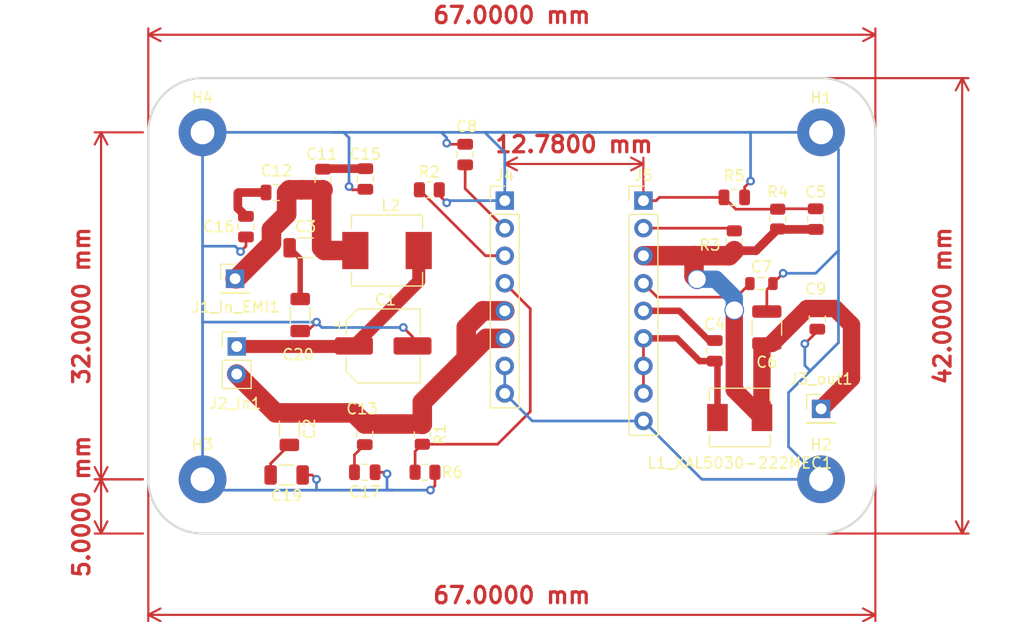
<source format=kicad_pcb>
(kicad_pcb (version 20211014) (generator pcbnew)
  (layers (0 "F.Cu" power) (31 "B.Cu" power) (34 "B.Paste" user) (35 "F.Paste" user) (36 "B.SilkS" user "B.Silkscreen") (37 "F.SilkS" user "F.Silkscreen") (38 "B.Mask" user) (39 "F.Mask" user) (44 "Edge.Cuts" user))
  (net 0 "")
  (net 1 "Net-(C1-Pad1)")
  (net 2 "GND")
  (net 3 "VIN")
  (net 4 "Net-(C19-Pad1)")
  (net 5 "Net-(C20-Pad1)")
  (net 6 "BST")
  (net 7 "SW_1")
  (net 8 "FB")
  (net 9 "BIAS")
  (net 10 "Net-(C7-Pad1)")
  (net 11 "Net-(C8-Pad2)")
  (net 12 "Net-(C11-Pad2)")
  (net 13 "Net-(C12-Pad2)")
  (net 14 "Net-(C13-Pad2)")
  (net 15 "Net-(J4-Pad3)")
  (net 16 "EN{slash}UV")
  (net 17 "PG")
  (footprint "Capacitor_SMD:C_0805_2012Metric" (layer "F.Cu") (at 132.8 73.55 180)
    (fp_text reference "C12" (at 0 2) (layer "F.SilkS"))
    (fp_text value "0.1uF")
    (fp_line (start -0.261252 0.735) (end 0.261252 0.735) (layer "F.SilkS") (width 0.12))
    (fp_line (start -0.261252 -0.735) (end 0.261252 -0.735) (layer "F.SilkS") (width 0.12))
    (pad "1" smd roundrect (at -0.95 0 180) (size 1 1.45) (layers "F.Cu" "F.Paste" "F.Mask") (net 3 "VIN"))
    (pad "2" smd roundrect (at 0.95 0 180) (size 1 1.45) (layers "F.Cu" "F.Paste" "F.Mask") (net 13 "Net-(C12-Pad2)"))
  )
  (footprint "Connector_PinHeader_2.54mm:PinHeader_1x08_P2.54mm_Vertical" (layer "F.Cu") (at 153.85 74.3)
    (fp_text reference "J4" (at 0 -2.33) (layer "F.SilkS"))
    (fp_text value "Conn_01x08")
    (fp_line (start -1.33 19.11) (end 1.33 19.11) (layer "F.SilkS") (width 0.12))
    (fp_line (start -1.33 0) (end -1.33 -1.33) (layer "F.SilkS") (width 0.12))
    (fp_line (start 1.33 1.27) (end 1.33 19.11) (layer "F.SilkS") (width 0.12))
    (fp_line (start -1.33 -1.33) (end 0 -1.33) (layer "F.SilkS") (width 0.12))
    (fp_line (start -1.33 1.27) (end 1.33 1.27) (layer "F.SilkS") (width 0.12))
    (fp_line (start -1.33 1.27) (end -1.33 19.11) (layer "F.SilkS") (width 0.12))
    (pad "1" thru_hole rect (at 0 0) (size 1.7 1.7) (drill 1) (layers *.Cu *.Mask) (net 2 "GND"))
    (pad "2" thru_hole oval (at 0 2.54) (size 1.7 1.7) (drill 1) (layers *.Cu *.Mask) (net 11 "Net-(C8-Pad2)"))
    (pad "3" thru_hole oval (at 0 5.08) (size 1.7 1.7) (drill 1) (layers *.Cu *.Mask) (net 15 "Net-(J4-Pad3)"))
    (pad "4" thru_hole oval (at 0 7.62) (size 1.7 1.7) (drill 1) (layers *.Cu *.Mask) (net 16 "EN{slash}UV"))
    (pad "5" thru_hole oval (at 0 10.16) (size 1.7 1.7) (drill 1) (layers *.Cu *.Mask) (net 3 "VIN"))
    (pad "6" thru_hole oval (at 0 12.7) (size 1.7 1.7) (drill 1) (layers *.Cu *.Mask) (net 3 "VIN"))
    (pad "7" thru_hole oval (at 0 15.24) (size 1.7 1.7) (drill 1) (layers *.Cu *.Mask) (net 2 "GND"))
    (pad "8" thru_hole oval (at 0 17.78) (size 1.7 1.7) (drill 1) (layers *.Cu *.Mask) (net 2 "GND"))
  )
  (footprint "Resistor_SMD:R_0805_2012Metric" (layer "F.Cu") (at 146.9 73.3)
    (fp_text reference "R2" (at 0 -1.65) (layer "F.SilkS"))
    (fp_text value "18.2k")
    (fp_line (start -0.227064 -0.735) (end 0.227064 -0.735) (layer "F.SilkS") (width 0.12))
    (fp_line (start -0.227064 0.735) (end 0.227064 0.735) (layer "F.SilkS") (width 0.12))
    (pad "1" smd roundrect (at -0.9125 0) (size 1.025 1.4) (layers "F.Cu" "F.Paste" "F.Mask") (roundrect_rratio 0.243902) (net 15 "Net-(J4-Pad3)"))
    (pad "2" smd roundrect (at 0.9125 0) (size 1.025 1.4) (layers "F.Cu" "F.Paste" "F.Mask") (roundrect_rratio 0.243902) (net 2 "GND"))
  )
  (footprint "Resistor_SMD:R_0805_2012Metric" (layer "F.Cu") (at 175 78 -90)
    (fp_text reference "R3" (at 0.4 2.25 180) (layer "F.SilkS"))
    (fp_text value "49.9k")
    (fp_line (start -0.227064 0.735) (end 0.227064 0.735) (layer "F.SilkS") (width 0.12))
    (fp_line (start -0.227064 -0.735) (end 0.227064 -0.735) (layer "F.SilkS") (width 0.12))
    (pad "1" smd roundrect (at -0.9125 0 270) (size 1.025 1.4) (layers "F.Cu" "F.Paste" "F.Mask") (roundrect_rratio 0.243902) (net 17 "PG"))
    (pad "2" smd roundrect (at 0.9125 0 270) (size 1.025 1.4) (layers "F.Cu" "F.Paste" "F.Mask") (roundrect_rratio 0.243902) (net 9 "BIAS"))
  )
  (footprint "Resistor_SMD:R_0805_2012Metric" (layer "F.Cu") (at 146.25 95.85 -90)
    (fp_text reference "R1" (at 0 -1.65 90) (layer "F.SilkS"))
    (fp_text value "1M")
    (fp_line (start -0.227064 -0.735) (end 0.227064 -0.735) (layer "F.SilkS") (width 0.12))
    (fp_line (start -0.227064 0.735) (end 0.227064 0.735) (layer "F.SilkS") (width 0.12))
    (pad "1" smd roundrect (at -0.9125 0 270) (size 1.025 1.4) (layers "F.Cu" "F.Paste" "F.Mask") (roundrect_rratio 0.243902) (net 3 "VIN"))
    (pad "2" smd roundrect (at 0.9125 0 270) (size 1.025 1.4) (layers "F.Cu" "F.Paste" "F.Mask") (roundrect_rratio 0.243902) (net 16 "EN{slash}UV"))
  )
  (footprint "Capacitor_SMD:C_1206_3216Metric" (layer "F.Cu") (at 135 84.85 -90)
    (fp_text reference "C20" (at 3.65 0.2 180) (layer "F.SilkS"))
    (fp_text value "4.7uF")
    (fp_line (start -0.711252 -0.91) (end 0.711252 -0.91) (layer "F.SilkS") (width 0.12))
    (fp_line (start -0.711252 0.91) (end 0.711252 0.91) (layer "F.SilkS") (width 0.12))
    (pad "1" smd roundrect (at -1.475 0 270) (size 1.15 1.8) (layers "F.Cu" "F.Paste" "F.Mask") (roundrect_rratio 0.217391) (net 5 "Net-(C20-Pad1)"))
    (pad "2" smd roundrect (at 1.475 0 270) (size 1.15 1.8) (layers "F.Cu" "F.Paste" "F.Mask") (roundrect_rratio 0.217391) (net 2 "GND"))
  )
  (footprint "Capacitor_SMD:C_1206_3216Metric" (layer "F.Cu") (at 134 95.35 -90)
    (fp_text reference "C2" (at 0 -1.85 90) (layer "F.SilkS"))
    (fp_text value "4.7uF")
    (fp_line (start -0.711252 0.91) (end 0.711252 0.91) (layer "F.SilkS") (width 0.12))
    (fp_line (start -0.711252 -0.91) (end 0.711252 -0.91) (layer "F.SilkS") (width 0.12))
    (pad "1" smd roundrect (at -1.475 0 270) (size 1.15 1.8) (layers "F.Cu" "F.Paste" "F.Mask") (roundrect_rratio 0.217391) (net 3 "VIN"))
    (pad "2" smd roundrect (at 1.475 0 270) (size 1.15 1.8) (layers "F.Cu" "F.Paste" "F.Mask") (roundrect_rratio 0.217391) (net 4 "Net-(C19-Pad1)"))
  )
  (footprint "Capacitor_SMD:C_0805_2012Metric" (layer "F.Cu") (at 140.95 95.85 -90)
    (fp_text reference "C13" (at -2.35 0.25 180) (layer "F.SilkS"))
    (fp_text value "0.1uF")
    (fp_line (start -0.261252 0.735) (end 0.261252 0.735) (layer "F.SilkS") (width 0.12))
    (fp_line (start -0.261252 -0.735) (end 0.261252 -0.735) (layer "F.SilkS") (width 0.12))
    (pad "1" smd roundrect (at -0.95 0 270) (size 1 1.45) (layers "F.Cu" "F.Paste" "F.Mask") (net 3 "VIN"))
    (pad "2" smd roundrect (at 0.95 0 270) (size 1 1.45) (layers "F.Cu" "F.Paste" "F.Mask") (net 14 "Net-(C13-Pad2)"))
  )
  (footprint "Inductor_SMD:L_Vishay_IHLP-2525" (layer "F.Cu") (at 143 78.9)
    (fp_text reference "L2" (at 0.35 -4.15 180) (layer "F.SilkS"))
    (fp_text value "4.7uH")
    (fp_line (start -3.275 -2.0145) (end -3.275 -3.275) (layer "F.SilkS") (width 0.12))
    (fp_line (start 3.275 3.275) (end 3.275 2.0145) (layer "F.SilkS") (width 0.12))
    (fp_line (start -3.275 3.275) (end 3.275 3.275) (layer "F.SilkS") (width 0.12))
    (fp_line (start -3.275 2.0145) (end -3.275 3.275) (layer "F.SilkS") (width 0.12))
    (fp_line (start 3.275 -3.275) (end 3.275 -2.0145) (layer "F.SilkS") (width 0.12))
    (fp_line (start -3.275 -3.275) (end 3.275 -3.275) (layer "F.SilkS") (width 0.12))
    (pad "1" smd rect (at -2.921 0) (size 2.413 3.429) (layers "F.Cu" "F.Paste" "F.Mask") (net 3 "VIN"))
    (pad "2" smd rect (at 2.921 0) (size 2.413 3.429) (layers "F.Cu" "F.Paste" "F.Mask") (net 1 "Net-(C1-Pad1)"))
  )
  (footprint "Inductor_SMD:L_0805_2012Metric" (layer "F.Cu") (at 177.5 81.95)
    (fp_text reference "C7" (at 0 -1.55) (layer "F.SilkS"))
    (fp_text value "1uF")
    (fp_line (start -0.399622 0.56) (end 0.399622 0.56) (layer "F.SilkS") (width 0.12))
    (fp_line (start -0.399622 -0.56) (end 0.399622 -0.56) (layer "F.SilkS") (width 0.12))
    (pad "1" smd roundrect (at -1.0625 0) (size 0.875 1.2) (layers "F.Cu" "F.Paste" "F.Mask") (net 10 "Net-(C7-Pad1)"))
    (pad "2" smd roundrect (at 1.0625 0) (size 0.875 1.2) (layers "F.Cu" "F.Paste" "F.Mask") (net 2 "GND"))
  )
  (footprint "Capacitor_SMD:C_0805_2012Metric" (layer "F.Cu") (at 175 74)
    (fp_text reference "R5" (at 0 -2 180) (layer "F.SilkS"))
    (fp_text value "412k")
    (fp_line (start -0.261252 -0.735) (end 0.261252 -0.735) (layer "F.SilkS") (width 0.12))
    (fp_line (start -0.261252 0.735) (end 0.261252 0.735) (layer "F.SilkS") (width 0.12))
    (pad "1" smd roundrect (at -0.95 0) (size 1 1.45) (layers "F.Cu" "F.Paste" "F.Mask") (net 8 "FB"))
    (pad "2" smd roundrect (at 0.95 0) (size 1 1.45) (layers "F.Cu" "F.Paste" "F.Mask") (net 2 "GND"))
  )
  (footprint "Connector_PinHeader_2.54mm:PinHeader_1x02_P2.54mm_Vertical" (layer "F.Cu") (at 129.15 87.75)
    (fp_text reference "J2_In1" (at -0.15 5.25) (layer "F.SilkS"))
    (fp_text value "Conn_01x02")
    (fp_line (start -1.33 1.27) (end -1.33 3.87) (layer "F.SilkS") (width 0.12))
    (fp_line (start 1.33 1.27) (end 1.33 3.87) (layer "F.SilkS") (width 0.12))
    (fp_line (start -1.33 -1.33) (end 0 -1.33) (layer "F.SilkS") (width 0.12))
    (fp_line (start -1.33 3.87) (end 1.33 3.87) (layer "F.SilkS") (width 0.12))
    (fp_line (start -1.33 1.27) (end 1.33 1.27) (layer "F.SilkS") (width 0.12))
    (fp_line (start -1.33 0) (end -1.33 -1.33) (layer "F.SilkS") (width 0.12))
    (pad "1" thru_hole rect (at 0 0) (size 1.7 1.7) (drill 1) (layers *.Cu *.Mask) (net 1 "Net-(C1-Pad1)"))
    (pad "2" thru_hole oval (at 0 2.54) (size 1.7 1.7) (drill 1) (layers *.Cu *.Mask) (net 3 "VIN"))
  )
  (footprint "Capacitor_SMD:C_1206_3216Metric" (layer "F.Cu") (at 133.75 99.6)
    (fp_text reference "C19" (at 0 1.9) (layer "F.SilkS"))
    (fp_text value "4.7uF")
    (fp_line (start -0.711252 -0.91) (end 0.711252 -0.91) (layer "F.SilkS") (width 0.12))
    (fp_line (start -0.711252 0.91) (end 0.711252 0.91) (layer "F.SilkS") (width 0.12))
    (pad "1" smd roundrect (at -1.475 0) (size 1.15 1.8) (layers "F.Cu" "F.Paste" "F.Mask") (roundrect_rratio 0.217391) (net 4 "Net-(C19-Pad1)"))
    (pad "2" smd roundrect (at 1.475 0) (size 1.15 1.8) (layers "F.Cu" "F.Paste" "F.Mask") (roundrect_rratio 0.217391) (net 2 "GND"))
  )
  (footprint "Resistor_SMD:R_0805_2012Metric" (layer "F.Cu") (at 146.5 99.35)
    (fp_text reference "R6" (at 2.5 0) (layer "F.SilkS"))
    (fp_text value "150k")
    (fp_line (start -0.227064 -0.735) (end 0.227064 -0.735) (layer "F.SilkS") (width 0.12))
    (fp_line (start -0.227064 0.735) (end 0.227064 0.735) (layer "F.SilkS") (width 0.12))
    (pad "1" smd roundrect (at -0.9125 0) (size 1.025 1.4) (layers "F.Cu" "F.Paste" "F.Mask") (roundrect_rratio 0.243902) (net 16 "EN{slash}UV"))
    (pad "2" smd roundrect (at 0.9125 0) (size 1.025 1.4) (layers "F.Cu" "F.Paste" "F.Mask") (roundrect_rratio 0.243902) (net 2 "GND"))
  )
  (footprint "Connector_PinHeader_2.54mm:PinHeader_1x09_P2.54mm_Vertical" (layer "F.Cu") (at 166.63 74.3)
    (fp_text reference "J5" (at 0 -2.33) (layer "F.SilkS"))
    (fp_text value "Conn_01x09")
    (fp_line (start -1.33 21.65) (end 1.33 21.65) (layer "F.SilkS") (width 0.12))
    (fp_line (start -1.33 -1.33) (end 0 -1.33) (layer "F.SilkS") (width 0.12))
    (fp_line (start -1.33 0) (end -1.33 -1.33) (layer "F.SilkS") (width 0.12))
    (fp_line (start -1.33 1.27) (end -1.33 21.65) (layer "F.SilkS") (width 0.12))
    (fp_line (start -1.33 1.27) (end 1.33 1.27) (layer "F.SilkS") (width 0.12))
    (fp_line (start 1.33 1.27) (end 1.33 21.65) (layer "F.SilkS") (width 0.12))
    (pad "1" thru_hole rect (at 0 0) (size 1.7 1.7) (drill 1) (layers *.Cu *.Mask) (net 8 "FB"))
    (pad "2" thru_hole oval (at 0 2.54) (size 1.7 1.7) (drill 1) (layers *.Cu *.Mask) (net 17 "PG"))
    (pad "3" thru_hole oval (at 0 5.08) (size 1.7 1.7) (drill 1) (layers *.Cu *.Mask) (net 9 "BIAS"))
    (pad "4" thru_hole oval (at 0 7.62) (size 1.7 1.7) (drill 1) (layers *.Cu *.Mask) (net 10 "Net-(C7-Pad1)"))
    (pad "5" thru_hole oval (at 0 10.16) (size 1.7 1.7) (drill 1) (layers *.Cu *.Mask) (net 6 "BST"))
    (pad "6" thru_hole oval (at 0 12.7) (size 1.7 1.7) (drill 1) (layers *.Cu *.Mask) (net 7 "SW_1"))
    (pad "7" thru_hole oval (at 0 15.24) (size 1.7 1.7) (drill 1) (layers *.Cu *.Mask) (net 7 "SW_1"))
    (pad "8" thru_hole oval (at 0 17.78) (size 1.7 1.7) (drill 1) (layers *.Cu *.Mask) (net 7 "SW_1"))
    (pad "9" thru_hole oval (at 0 20.32) (size 1.7 1.7) (drill 1) (layers *.Cu *.Mask) (net 2 "GND"))
  )
  (footprint "Capacitor_SMD:C_0805_2012Metric" (layer "F.Cu") (at 150.2 70.05 -90)
    (fp_text reference "C8" (at -2.6 -0.15 180) (layer "F.SilkS"))
    (fp_text value "0.1uF")
    (fp_line (start -0.261252 0.735) (end 0.261252 0.735) (layer "F.SilkS") (width 0.12))
    (fp_line (start -0.261252 -0.735) (end 0.261252 -0.735) (layer "F.SilkS") (width 0.12))
    (pad "1" smd roundrect (at -0.95 0 270) (size 1 1.45) (layers "F.Cu" "F.Paste" "F.Mask") (net 2 "GND"))
    (pad "2" smd roundrect (at 0.95 0 270) (size 1 1.45) (layers "F.Cu" "F.Paste" "F.Mask") (net 11 "Net-(C8-Pad2)"))
  )
  (footprint "Capacitor_SMD:C_0805_2012Metric" (layer "F.Cu") (at 141 72.3 -90)
    (fp_text reference "C15" (at -2.3 0 180) (layer "F.SilkS"))
    (fp_text value "0.1uF")
    (fp_line (start -0.261252 -0.735) (end 0.261252 -0.735) (layer "F.SilkS") (width 0.12))
    (fp_line (start -0.261252 0.735) (end 0.261252 0.735) (layer "F.SilkS") (width 0.12))
    (pad "1" smd roundrect (at -0.95 0 270) (size 1 1.45) (layers "F.Cu" "F.Paste" "F.Mask") (net 12 "Net-(C11-Pad2)"))
    (pad "2" smd roundrect (at 0.95 0 270) (size 1 1.45) (layers "F.Cu" "F.Paste" "F.Mask") (net 2 "GND"))
  )
  (footprint "Capacitor_SMD:C_0805_2012Metric" (layer "F.Cu") (at 182.5 76 -90)
    (fp_text reference "C5" (at -2.5 0 180) (layer "F.SilkS"))
    (fp_text value "4.7pF")
    (fp_line (start -0.261252 -0.735) (end 0.261252 -0.735) (layer "F.SilkS") (width 0.12))
    (fp_line (start -0.261252 0.735) (end 0.261252 0.735) (layer "F.SilkS") (width 0.12))
    (pad "1" smd roundrect (at -0.95 0 270) (size 1 1.45) (layers "F.Cu" "F.Paste" "F.Mask") (net 8 "FB"))
    (pad "2" smd roundrect (at 0.95 0 270) (size 1 1.45) (layers "F.Cu" "F.Paste" "F.Mask") (net 9 "BIAS"))
  )
  (footprint "MountingHole:MountingHole_2.2mm_M2_Pad" (layer "F.Cu") (at 126 68)
    (fp_text reference "H4" (at 0 -3.2) (layer "F.SilkS"))
    (fp_text value "MountingHole_Pad")
    (pad "1" thru_hole circle (at 0 0) (size 4.4 4.4) (drill 2.2) (layers *.Cu *.Mask) (net 2 "GND"))
  )
  (footprint "Capacitor_SMD:C_0805_2012Metric" (layer "F.Cu") (at 137.1 72.35 90)
    (fp_text reference "C11" (at 2.35 -0.1 180) (layer "F.SilkS"))
    (fp_text value "0.1uF")
    (fp_line (start -0.261252 -0.735) (end 0.261252 -0.735) (layer "F.SilkS") (width 0.12))
    (fp_line (start -0.261252 0.735) (end 0.261252 0.735) (layer "F.SilkS") (width 0.12))
    (pad "1" smd roundrect (at -0.95 0 90) (size 1 1.45) (layers "F.Cu" "F.Paste" "F.Mask") (net 3 "VIN"))
    (pad "2" smd roundrect (at 0.95 0 90) (size 1 1.45) (layers "F.Cu" "F.Paste" "F.Mask") (net 12 "Net-(C11-Pad2)"))
  )
  (footprint "MountingHole:MountingHole_2.2mm_M2_Pad" (layer "F.Cu") (at 183 68)
    (fp_text reference "H1" (at 0 -3.2) (layer "F.SilkS"))
    (fp_text value "MountingHole_Pad")
    (pad "1" thru_hole circle (at 0 0) (size 4.4 4.4) (drill 2.2) (layers *.Cu *.Mask) (net 2 "GND"))
  )
  (footprint "Capacitor_SMD:CP_Elec_6.3x7.7" (layer "F.Cu") (at 142.65 87.7)
    (fp_text reference "C1" (at 0.2 -4.25) (layer "F.SilkS"))
    (fp_text value "22uF")
    (fp_line (start 3.41 3.41) (end 3.41 1.06) (layer "F.SilkS") (width 0.12))
    (fp_line (start -3.41 2.345563) (end -2.345563 3.41) (layer "F.SilkS") (width 0.12))
    (fp_line (start -3.41 -2.345563) (end -2.345563 -3.41) (layer "F.SilkS") (width 0.12))
    (fp_line (start 3.41 -3.41) (end 3.41 -1.06) (layer "F.SilkS") (width 0.12))
    (fp_line (start -4.4375 -1.8475) (end -3.65 -1.8475) (layer "F.SilkS") (width 0.12))
    (fp_line (start -2.345563 3.41) (end 3.41 3.41) (layer "F.SilkS") (width 0.12))
    (fp_line (start -2.345563 -3.41) (end 3.41 -3.41) (layer "F.SilkS") (width 0.12))
    (fp_line (start -4.04375 -2.24125) (end -4.04375 -1.45375) (layer "F.SilkS") (width 0.12))
    (fp_line (start -3.41 -2.345563) (end -3.41 -1.06) (layer "F.SilkS") (width 0.12))
    (fp_line (start -3.41 2.345563) (end -3.41 1.06) (layer "F.SilkS") (width 0.12))
    (pad "1" smd roundrect (at -2.7 0) (size 3.5 1.6) (layers "F.Cu" "F.Paste" "F.Mask") (roundrect_rratio 0.15625) (net 1 "Net-(C1-Pad1)"))
    (pad "2" smd roundrect (at 2.7 0) (size 3.5 1.6) (layers "F.Cu" "F.Paste" "F.Mask") (roundrect_rratio 0.15625) (net 2 "GND"))
  )
  (footprint "Connector_PinHeader_2.54mm:PinHeader_1x01_P2.54mm_Vertical" (layer "F.Cu") (at 129 81.5)
    (fp_text reference "J1_In_EMI1" (at 0.05 2.6) (layer "F.SilkS"))
    (fp_text value "Conn_01x01")
    (fp_line (start 1.33 1.27) (end 1.33 1.33) (layer "F.SilkS") (width 0.12))
    (fp_line (start -1.33 1.33) (end 1.33 1.33) (layer "F.SilkS") (width 0.12))
    (fp_line (start -1.33 1.27) (end 1.33 1.27) (layer "F.SilkS") (width 0.12))
    (fp_line (start -1.33 0) (end -1.33 -1.33) (layer "F.SilkS") (width 0.12))
    (fp_line (start -1.33 1.27) (end -1.33 1.33) (layer "F.SilkS") (width 0.12))
    (fp_line (start -1.33 -1.33) (end 0 -1.33) (layer "F.SilkS") (width 0.12))
    (pad "1" thru_hole rect (at 0 0) (size 1.7 1.7) (drill 1) (layers *.Cu *.Mask) (net 3 "VIN"))
  )
  (footprint "Capacitor_SMD:C_0805_2012Metric" (layer "F.Cu") (at 182.65 85.2 -90)
    (fp_text reference "C9" (at -2.75 0.15 180) (layer "F.SilkS"))
    (fp_text value "1uF")
    (fp_line (start -0.261252 -0.735) (end 0.261252 -0.735) (layer "F.SilkS") (width 0.12))
    (fp_line (start -0.261252 0.735) (end 0.261252 0.735) (layer "F.SilkS") (width 0.12))
    (pad "1" smd roundrect (at -0.95 0 270) (size 1 1.45) (layers "F.Cu" "F.Paste" "F.Mask") (net 9 "BIAS"))
    (pad "2" smd roundrect (at 0.95 0 270) (size 1 1.45) (layers "F.Cu" "F.Paste" "F.Mask") (net 2 "GND"))
  )
  (footprint "Capacitor_SMD:C_1210_3225Metric" (layer "F.Cu") (at 178 86 90)
    (fp_text reference "C6" (at -3.2 0) (layer "F.SilkS"))
    (fp_text value "47uF")
    (fp_line (start -0.711252 -1.36) (end 0.711252 -1.36) (layer "F.SilkS") (width 0.12))
    (fp_line (start -0.711252 1.36) (end 0.711252 1.36) (layer "F.SilkS") (width 0.12))
    (pad "1" smd roundrect (at -1.475 0 90) (size 1.15 2.7) (layers "F.Cu" "F.Paste" "F.Mask") (roundrect_rratio 0.217391) (net 9 "BIAS"))
    (pad "2" smd roundrect (at 1.475 0 90) (size 1.15 2.7) (layers "F.Cu" "F.Paste" "F.Mask") (roundrect_rratio 0.217391) (net 2 "GND"))
  )
  (footprint "MountingHole:MountingHole_2.2mm_M2_Pad" (layer "F.Cu") (at 126 100)
    (fp_text reference "H3" (at 0 -3.2) (layer "F.SilkS"))
    (fp_text value "MountingHole_Pad")
    (pad "1" thru_hole circle (at 0 0) (size 4.4 4.4) (drill 2.2) (layers *.Cu *.Mask) (net 2 "GND"))
  )
  (footprint "Inductor_SMD:L_Sunlord_MWSA0518_5.4x5.2mm" (layer "F.Cu") (at 175.5 94.3)
    (fp_text reference "L1_XAL5030-222MEC1" (at 0 4.2 180) (layer "F.SilkS"))
    (fp_text value "2.2uH")
    (fp_line (start -2.8 -2.7) (end -2.8 -1.55) (layer "F.SilkS") (width 0.12))
    (fp_line (start -2.8 -2.7) (end 2.8 -2.7) (layer "F.SilkS") (width 0.12))
    (fp_line (start -2.8 2.7) (end -2.8 1.55) (layer "F.SilkS") (width 0.12))
    (fp_line (start 2.8 2.7) (end 2.8 1.55) (layer "F.SilkS") (width 0.12))
    (fp_line (start 2.8 -2.7) (end 2.8 -1.55) (layer "F.SilkS") (width 0.12))
    (fp_line (start -2.8 2.7) (end 2.8 2.7) (layer "F.SilkS") (width 0.12))
    (pad "1" smd rect (at -2.05 0) (size 1.9 2.5) (layers "F.Cu" "F.Paste" "F.Mask") (net 7 "SW_1"))
    (pad "2" smd rect (at 2.05 0) (size 1.9 2.5) (layers "F.Cu" "F.Paste" "F.Mask") (net 9 "BIAS"))
  )
  (footprint "MountingHole:MountingHole_2.2mm_M2_Pad" (layer "F.Cu") (at 183 100)
    (fp_text reference "H2" (at 0 -3.2) (layer "F.SilkS"))
    (fp_text value "MountingHole_Pad")
    (pad "1" thru_hole circle (at 0 0) (size 4.4 4.4) (drill 2.2) (layers *.Cu *.Mask) (net 2 "GND"))
  )
  (footprint "Capacitor_SMD:C_0805_2012Metric" (layer "F.Cu") (at 130 76.7 -90)
    (fp_text reference "C16" (at 0 2.5 180) (layer "F.SilkS"))
    (fp_text value "0.1uF")
    (fp_line (start -0.261252 0.735) (end 0.261252 0.735) (layer "F.SilkS") (width 0.12))
    (fp_line (start -0.261252 -0.735) (end 0.261252 -0.735) (layer "F.SilkS") (width 0.12))
    (pad "1" smd roundrect (at -0.95 0 270) (size 1 1.45) (layers "F.Cu" "F.Paste" "F.Mask") (net 13 "Net-(C12-Pad2)"))
    (pad "2" smd roundrect (at 0.95 0 270) (size 1 1.45) (layers "F.Cu" "F.Paste" "F.Mask") (net 2 "GND"))
  )
  (footprint "Capacitor_SMD:C_0805_2012Metric" (layer "F.Cu") (at 140.95 99.35)
    (fp_text reference "C17" (at 0 1.8) (layer "F.SilkS"))
    (fp_text value "0.1uF")
    (fp_line (start -0.261252 -0.735) (end 0.261252 -0.735) (layer "F.SilkS") (width 0.12))
    (fp_line (start -0.261252 0.735) (end 0.261252 0.735) (layer "F.SilkS") (width 0.12))
    (pad "1" smd roundrect (at -0.95 0) (size 1 1.45) (layers "F.Cu" "F.Paste" "F.Mask") (net 14 "Net-(C13-Pad2)"))
    (pad "2" smd roundrect (at 0.95 0) (size 1 1.45) (layers "F.Cu" "F.Paste" "F.Mask") (net 2 "GND"))
  )
  (footprint "Capacitor_SMD:C_0805_2012Metric" (layer "F.Cu") (at 173.2 88.15 -90)
    (fp_text reference "C4" (at -2.45 0 180) (layer "F.SilkS"))
    (fp_text value "0.1uF")
    (fp_line (start -0.261252 -0.735) (end 0.261252 -0.735) (layer "F.SilkS") (width 0.12))
    (fp_line (start -0.261252 0.735) (end 0.261252 0.735) (layer "F.SilkS") (width 0.12))
    (pad "1" smd roundrect (at -0.95 0 270) (size 1 1.45) (layers "F.Cu" "F.Paste" "F.Mask") (net 6 "BST"))
    (pad "2" smd roundrect (at 0.95 0 270) (size 1 1.45) (layers "F.Cu" "F.Paste" "F.Mask") (net 7 "SW_1"))
  )
  (footprint "Capacitor_SMD:C_1206_3216Metric" (layer "F.Cu") (at 135.5 78.65 180)
    (fp_text reference "C3" (at 0 1.95) (layer "F.SilkS"))
    (fp_text value "4.7uF")
    (fp_line (start -0.711252 0.91) (end 0.711252 0.91) (layer "F.SilkS") (width 0.12))
    (fp_line (start -0.711252 -0.91) (end 0.711252 -0.91) (layer "F.SilkS") (width 0.12))
    (pad "1" smd roundrect (at -1.475 0 180) (size 1.15 1.8) (layers "F.Cu" "F.Paste" "F.Mask") (roundrect_rratio 0.217391) (net 3 "VIN"))
    (pad "2" smd roundrect (at 1.475 0 180) (size 1.15 1.8) (layers "F.Cu" "F.Paste" "F.Mask") (roundrect_rratio 0.217391) (net 5 "Net-(C20-Pad1)"))
  )
  (footprint "Connector_PinHeader_2.54mm:PinHeader_1x01_P2.54mm_Vertical" (layer "F.Cu") (at 183 93.5)
    (fp_text reference "J3_out1" (at 0 -2.75) (layer "F.SilkS"))
    (fp_text value "Conn_01x01")
    (fp_line (start -1.33 -1.33) (end 0 -1.33) (layer "F.SilkS") (width 0.12))
    (fp_line (start -1.33 1.27) (end -1.33 1.33) (layer "F.SilkS") (width 0.12))
    (fp_line (start -1.33 0) (end -1.33 -1.33) (layer "F.SilkS") (width 0.12))
    (fp_line (start 1.33 1.27) (end 1.33 1.33) (layer "F.SilkS") (width 0.12))
    (fp_line (start -1.33 1.27) (end 1.33 1.27) (layer "F.SilkS") (width 0.12))
    (fp_line (start -1.33 1.33) (end 1.33 1.33) (layer "F.SilkS") (width 0.12))
    (pad "1" thru_hole rect (at 0 0) (size 1.7 1.7) (drill 1) (layers *.Cu *.Mask) (net 9 "BIAS"))
  )
  (footprint "Resistor_SMD:R_0805_2012Metric" (layer "F.Cu") (at 179 76 90)
    (fp_text reference "R4" (at 2.5 0 180) (layer "F.SilkS"))
    (fp_text value "1M")
    (fp_line (start -0.227064 -0.735) (end 0.227064 -0.735) (layer "F.SilkS") (width 0.12))
    (fp_line (start -0.227064 0.735) (end 0.227064 0.735) (layer "F.SilkS") (width 0.12))
    (pad "1" smd roundrect (at -0.9125 0 90) (size 1.025 1.4) (layers "F.Cu" "F.Paste" "F.Mask") (roundrect_rratio 0.243902) (net 9 "BIAS"))
    (pad "2" smd roundrect (at 0.9125 0 90) (size 1.025 1.4) (layers "F.Cu" "F.Paste" "F.Mask") (roundrect_rratio 0.243902) (net 8 "FB"))
  )
  (gr_line (start 188 100) (end 188 68) (layer "Edge.Cuts") (width 0.2))
  (gr_line (start 126 105) (end 183 105) (layer "Edge.Cuts") (width 0.2))
  (gr_arc (start 183 63) (mid 186.535534 64.464466) (end 188 68) (layer "Edge.Cuts") (width 0.2))
  (gr_arc (start 188 100) (mid 186.535534 103.535534) (end 183 105) (layer "Edge.Cuts") (width 0.2))
  (gr_line (start 121 68) (end 121 100) (layer "Edge.Cuts") (width 0.2))
  (gr_arc (start 126 105) (mid 122.464466 103.535534) (end 121 100) (layer "Edge.Cuts") (width 0.2))
  (gr_arc (start 121 68) (mid 122.464466 64.464466) (end 126 63) (layer "Edge.Cuts") (width 0.2))
  (gr_line (start 183 63) (end 126 63) (layer "Edge.Cuts") (width 0.2))
  (dimension (type aligned) (layer "F.Cu") (pts (xy 166.624 74.249199) (xy 153.844 74.249199)) (height 3.332399) (gr_text "12.7800 mm" (at 160.234 69.1168) (layer "F.Cu") (effects (font (size 1.5 1.5) (thickness 0.3)))) (format (units 3) (units_format 1) (precision 4)) (style (thickness 0.2) (arrow_length 1.27) (text_position_mode 0) (extension_height 0.58642) (extension_offset 0.5) keep_text_aligned))
  (dimension (type aligned) (layer "F.Cu") (pts (xy 183 105) (xy 183 63)) (height 13) (gr_text "42.0000 mm" (at 194.2 84 90) (layer "F.Cu") (effects (font (size 1.5 1.5) (thickness 0.3)))) (format (units 3) (units_format 1) (precision 4)) (style (thickness 0.2) (arrow_length 1.27) (text_position_mode 0) (extension_height 0.58642) (extension_offset 0.5) keep_text_aligned))
  (dimension (type aligned) (layer "F.Cu") (pts (xy 188 100) (xy 121 100)) (height -12.5) (gr_text "67.0000 mm" (at 154.5 110.7) (layer "F.Cu") (effects (font (size 1.5 1.5) (thickness 0.3)))) (format (units 3) (units_format 1) (precision 4)) (style (thickness 0.2) (arrow_length 1.27) (text_position_mode 0) (extension_height 0.58642) (extension_offset 0.5) keep_text_aligned))
  (dimension (type aligned) (layer "F.Cu") (pts (xy 121 100) (xy 121 68)) (height -4.35) (gr_text "32.0000 mm" (at 114.85 84 90) (layer "F.Cu") (effects (font (size 1.5 1.5) (thickness 0.3)))) (format (units 3) (units_format 1) (precision 4)) (style (thickness 0.2) (arrow_length 1.27) (text_position_mode 0) (extension_height 0.58642) (extension_offset 0.5) keep_text_aligned))
  (dimension (type aligned) (layer "F.Cu") (pts (xy 188 68) (xy 121 68)) (height 9) (gr_text "67.0000 mm" (at 154.5 57.2) (layer "F.Cu") (effects (font (size 1.5 1.5) (thickness 0.3)))) (format (units 3) (units_format 1) (precision 4)) (style (thickness 0.2) (arrow_length 1.27) (text_position_mode 0) (extension_height 0.58642) (extension_offset 0.5) keep_text_aligned))
  (dimension (type aligned) (layer "F.Cu") (pts (xy 121 100) (xy 121 105)) (height 4.35) (gr_text "5.0000 mm" (at 114.85 102.5 90) (layer "F.Cu") (effects (font (size 1.5 1.5) (thickness 0.3)))) (format (units 3) (units_format 1) (precision 4)) (style (thickness 0.2) (arrow_length 1.27) (text_position_mode 0) (extension_height 0.58642) (extension_offset 0.5) keep_text_aligned))
  (segment (start 145.921 78.9) (end 145.921 81.729) (width 1.2) (layer "F.Cu") (net 1))
  (segment (start 145.921 81.729) (end 139.95 87.7) (width 1.2) (layer "F.Cu") (net 1))
  (segment (start 139.9 87.75) (end 129.15 87.75) (width 1.2) (layer "F.Cu") (net 1))
  (segment (start 139.95 87.7) (end 139.9 87.75) (width 0.25) (layer "F.Cu") (net 1))
  (segment (start 178.5625 81.95) (end 178.5625 81.9375) (width 0.25) (layer "F.Cu") (net 2))
  (segment (start 130 78.5) (end 129.5 79) (width 0.25) (layer "F.Cu") (net 2))
  (segment (start 145.35 86.85) (end 144.5 86) (width 0.25) (layer "F.Cu") (net 2))
  (segment (start 178 84.525) (end 178 82.5125) (width 0.25) (layer "F.Cu") (net 2))
  (segment (start 130 77.65) (end 130 78.5) (width 0.25) (layer "F.Cu") (net 2))
  (segment (start 139.5 73) (end 139.8 73.3) (width 0.25) (layer "F.Cu") (net 2))
  (segment (start 141.9 99.35) (end 141.9 99.95) (width 0.25) (layer "F.Cu") (net 2))
  (segment (start 135.225 99.6) (end 136.1 99.6) (width 0.25) (layer "F.Cu") (net 2))
  (segment (start 175.95 73.05) (end 176.5 72.5) (width 0.25) (layer "F.Cu") (net 2))
  (segment (start 147.8125 73.8125) (end 148.5 74.5) (width 0.25) (layer "F.Cu") (net 2))
  (segment (start 182.65 86.15) (end 182.65 86.35) (width 0.25) (layer "F.Cu") (net 2))
  (segment (start 147.4125 100.5875) (end 147 101) (width 0.25) (layer "F.Cu") (net 2))
  (segment (start 150.2 69.1) (end 148.6 69.1) (width 0.25) (layer "F.Cu") (net 2))
  (segment (start 147.4125 99.35) (end 147.4125 100.5875) (width 0.25) (layer "F.Cu") (net 2))
  (segment (start 140.95 73.3) (end 141 73.25) (width 0.25) (layer "F.Cu") (net 2))
  (segment (start 175.95 74) (end 175.95 73.05) (width 0.25) (layer "F.Cu") (net 2))
  (segment (start 139.8 73.3) (end 140.95 73.3) (width 0.25) (layer "F.Cu") (net 2))
  (segment (start 136.1 99.6) (end 136.5 100) (width 0.25) (layer "F.Cu") (net 2))
  (segment (start 182.65 86.35) (end 181.5 87.5) (width 0.25) (layer "F.Cu") (net 2))
  (segment (start 178 82.5125) (end 178.5625 81.95) (width 0.25) (layer "F.Cu") (net 2))
  (segment (start 178.5625 81.9375) (end 179.5 81) (width 0.25) (layer "F.Cu") (net 2))
  (segment (start 142.85 99.35) (end 143 99.5) (width 0.25) (layer "F.Cu") (net 2))
  (segment (start 141.9 99.35) (end 142.85 99.35) (width 0.25) (layer "F.Cu") (net 2))
  (segment (start 135 86.325) (end 135.675 86.325) (width 0.25) (layer "F.Cu") (net 2))
  (segment (start 147.8125 73.3) (end 147.8125 73.8125) (width 0.25) (layer "F.Cu") (net 2))
  (segment (start 145.35 87.7) (end 145.35 86.85) (width 0.25) (layer "F.Cu") (net 2))
  (segment (start 135.675 86.325) (end 136.5 85.5) (width 0.25) (layer "F.Cu") (net 2))
  (segment (start 148.6 69.1) (end 148.5 69) (width 0.25) (layer "F.Cu") (net 2))
  (via (at 147 101) (size 0.8) (drill 0.4) (layers "F.Cu" "B.Cu") (net 2))
  (via (at 148.5 69) (size 0.8) (drill 0.4) (layers "F.Cu" "B.Cu") (net 2))
  (via (at 181.5 87.5) (size 0.8) (drill 0.4) (layers "F.Cu" "B.Cu") (net 2))
  (via (at 139.5 73) (size 0.8) (drill 0.4) (layers "F.Cu" "B.Cu") (net 2))
  (via (at 136.5 85.5) (size 0.8) (drill 0.4) (layers "F.Cu" "B.Cu") (net 2))
  (via (at 179.5 81) (size 0.8) (drill 0.4) (layers "F.Cu" "B.Cu") (net 2))
  (via (at 136.5 100) (size 0.8) (drill 0.4) (layers "F.Cu" "B.Cu") (net 2))
  (via (at 144.5 86) (size 0.8) (drill 0.4) (layers "F.Cu" "B.Cu") (net 2))
  (via (at 176.5 72.5) (size 0.8) (drill 0.4) (layers "F.Cu" "B.Cu") (net 2))
  (via (at 143 99.5) (size 0.8) (drill 0.4) (layers "F.Cu" "B.Cu") (net 2))
  (via (at 129.5 79) (size 0.8) (drill 0.4) (layers "F.Cu" "B.Cu") (net 2))
  (via (at 148.5 74.5) (size 0.8) (drill 0.4) (layers "F.Cu" "B.Cu") (net 2))
  (segment (start 172.01 100) (end 183 100) (width 0.25) (layer "B.Cu") (net 2))
  (segment (start 182.5 81) (end 183 80.5) (width 0.25) (layer "B.Cu") (net 2))
  (segment (start 148.5 69) (end 148.5 68.5) (width 0.25) (layer "B.Cu") (net 2))
  (segment (start 126 100) (end 126 85.5) (width 0.25) (layer "B.Cu") (net 2))
  (segment (start 138 68) (end 148 68) (width 0.25) (layer "B.Cu") (net 2))
  (segment (start 129 78.5) (end 126 78.5) (width 0.25) (layer "B.Cu") (net 2))
  (segment (start 139.5 73) (end 139.5 68.5) (width 0.25) (layer "B.Cu") (net 2))
  (segment (start 184.6 87.4) (end 182 90) (width 0.25) (layer "B.Cu") (net 2))
  (segment (start 184.6 69.6) (end 184.6 78.9) (width 0.25) (layer "B.Cu") (net 2))
  (segment (start 152 68) (end 176 68) (width 0.25) (layer "B.Cu") (net 2))
  (segment (start 143.5 101) (end 136.5 101) (width 0.25) (layer "B.Cu") (net 2))
  (segment (start 127 101) (end 126 100) (width 0.25) (layer "B.Cu") (net 2))
  (segment (start 126 78.5) (end 126 68) (width 0.25) (layer "B.Cu") (net 2))
  (segment (start 183 68) (end 184.6 69.6) (width 0.25) (layer "B.Cu") (net 2))
  (segment (start 148 68) (end 152 68) (width 0.25) (layer "B.Cu") (net 2))
  (segment (start 179.5 81) (end 182.5 81) (width 0.25) (layer "B.Cu") (net 2))
  (segment (start 153.85 92.08) (end 153.85 89.54) (width 0.25) (layer "B.Cu") (net 2))
  (segment (start 153.85 69.85) (end 152 68) (width 0.25) (layer "B.Cu") (net 2))
  (segment (start 181.5 89.5) (end 182 90) (width 0.25) (layer "B.Cu") (net 2))
  (segment (start 126 85.5) (end 126 78.5) (width 0.25) (layer "B.Cu") (net 2))
  (segment (start 136.5 85.5) (end 126 85.5) (width 0.25) (layer "B.Cu") (net 2))
  (segment (start 136.5 100) (end 136.5 101) (width 0.25) (layer "B.Cu") (net 2))
  (segment (start 148.5 68.5) (end 148 68) (width 0.25) (layer "B.Cu") (net 2))
  (segment (start 136.5 101) (end 127 101) (width 0.25) (layer "B.Cu") (net 2))
  (segment (start 148.7 74.3) (end 153.85 74.3) (width 0.25) (layer "B.Cu") (net 2))
  (segment (start 143 99.5) (end 143 101) (width 0.25) (layer "B.Cu") (net 2))
  (segment (start 139 68) (end 138 68) (width 0.25) (layer "B.Cu") (net 2))
  (segment (start 139.5 68.5) (end 139 68) (width 0.25) (layer "B.Cu") (net 2))
  (segment (start 153.85 74.3) (end 153.85 69.85) (width 0.25) (layer "B.Cu") (net 2))
  (segment (start 148.5 74.5) (end 148.7 74.3) (width 0.25) (layer "B.Cu") (net 2))
  (segment (start 180 97) (end 183 100) (width 0.25) (layer "B.Cu") (net 2))
  (segment (start 176 68) (end 176.5 68) (width 0.25) (layer "B.Cu") (net 2))
  (segment (start 184.6 78.9) (end 183 80.5) (width 0.25) (layer "B.Cu") (net 2))
  (segment (start 129.5 79) (end 129 78.5) (width 0.25) (layer "B.Cu") (net 2))
  (segment (start 176.5 68) (end 183 68) (width 0.25) (layer "B.Cu") (net 2))
  (segment (start 166.63 94.62) (end 172.01 100) (width 0.25) (layer "B.Cu") (net 2))
  (segment (start 166.63 94.62) (end 156.39 94.62) (width 0.25) (layer "B.Cu") (net 2))
  (segment (start 126 68) (end 138 68) (width 0.25) (layer "B.Cu") (net 2))
  (segment (start 156.39 94.62) (end 153.85 92.08) (width 0.25) (layer "B.Cu") (net 2))
  (segment (start 143 101) (end 143.5 101) (width 0.25) (layer "B.Cu") (net 2))
  (segment (start 144.5 86) (end 137 86) (width 0.25) (layer "B.Cu") (net 2))
  (segment (start 137 86) (end 136.5 85.5) (width 0.25) (layer "B.Cu") (net 2))
  (segment (start 176.5 72.5) (end 176.5 68) (width 0.25) (layer "B.Cu") (net 2))
  (segment (start 180 92) (end 180 97) (width 0.25) (layer "B.Cu") (net 2))
  (segment (start 147 101) (end 143.5 101) (width 0.25) (layer "B.Cu") (net 2))
  (segment (start 181.5 87.5) (end 181.5 89.5) (width 0.25) (layer "B.Cu") (net 2))
  (segment (start 184.6 78.9) (end 184.6 87.4) (width 0.25) (layer "B.Cu") (net 2))
  (segment (start 182 90) (end 180 92) (width 0.25) (layer "B.Cu") (net 2))
  (segment (start 134 73.3) (end 133.75 73.55) (width 1.8) (layer "F.Cu") (net 3))
  (segment (start 136.975 78.65) (end 136.975 73.425) (width 1.8) (layer "F.Cu") (net 3))
  (segment (start 136.975 73.425) (end 137.1 73.3) (width 1.8) (layer "F.Cu") (net 3))
  (segment (start 152.14 87) (end 150.325 88.815) (width 1.8) (layer "F.Cu") (net 3))
  (segment (start 146.25 92.89) (end 146.25 94.9375) (width 1.8) (layer "F.Cu") (net 3))
  (segment (start 150.325 88.815) (end 146.25 92.89) (width 1.8) (layer "F.Cu") (net 3))
  (segment (start 137.225 78.9) (end 136.975 78.65) (width 1.8) (layer "F.Cu") (net 3))
  (segment (start 150.3 88.79) (end 150.325 88.815) (width 1.8) (layer "F.Cu") (net 3))
  (segment (start 132.35 78.271321) (end 132.35 76.95) (width 1.8) (layer "F.Cu") (net 3))
  (segment (start 133.75 75.55) (end 133.75 73.55) (width 1.8) (layer "F.Cu") (net 3))
  (segment (start 146.2125 94.9) (end 146.25 94.9375) (width 1.8) (layer "F.Cu") (net 3))
  (segment (start 139.925 93.875) (end 140.95 94.9) (width 1.8) (layer "F.Cu") (net 3))
  (segment (start 151.83 84.46) (end 150.3 85.99) (width 1.8) (layer "F.Cu") (net 3))
  (segment (start 134 93.875) (end 139.925 93.875) (width 1.8) (layer "F.Cu") (net 3))
  (segment (start 129 81.5) (end 129.121321 81.5) (width 1.8) (layer "F.Cu") (net 3))
  (segment (start 132.735 93.875) (end 134 93.875) (width 1.8) (layer "F.Cu") (net 3))
  (segment (start 153.85 84.46) (end 151.83 84.46) (width 1.8) (layer "F.Cu") (net 3))
  (segment (start 132.35 76.95) (end 133.75 75.55) (width 1.8) (layer "F.Cu") (net 3))
  (segment (start 150.3 85.99) (end 150.3 88.79) (width 1.8) (layer "F.Cu") (net 3))
  (segment (start 129.121321 81.5) (end 132.35 78.271321) (width 1.8) (layer "F.Cu") (net 3))
  (segment (start 133.75 73.55629) (end 133.75 73.55) (width 0.25) (layer "F.Cu") (net 3))
  (segment (start 140.95 94.9) (end 146.2125 94.9) (width 1.8) (layer "F.Cu") (net 3))
  (segment (start 137.1 73.3) (end 135.14 73.3) (width 1.8) (layer "F.Cu") (net 3))
  (segment (start 129.15 90.29) (end 132.735 93.875) (width 1.8) (layer "F.Cu") (net 3))
  (segment (start 135.14 73.3) (end 134 73.3) (width 1.8) (layer "F.Cu") (net 3))
  (segment (start 153.85 87) (end 152.14 87) (width 1.8) (layer "F.Cu") (net 3))
  (segment (start 140.079 78.9) (end 137.225 78.9) (width 1.8) (layer "F.Cu") (net 3))
  (segment (start 132.275 98.55) (end 134 96.825) (width 0.25) (layer "F.Cu") (net 4))
  (segment (start 132.275 99.6) (end 132.275 98.55) (width 0.25) (layer "F.Cu") (net 4))
  (segment (start 135 83.375) (end 135 79.625) (width 0.5) (layer "F.Cu") (net 5))
  (segment (start 135 79.625) (end 134.025 78.65) (width 0.5) (layer "F.Cu") (net 5))
  (segment (start 172.67 87.2) (end 169.93 84.46) (width 0.6) (layer "F.Cu") (net 6))
  (segment (start 173.2 87.2) (end 172.67 87.2) (width 0.6) (layer "F.Cu") (net 6))
  (segment (start 169.93 84.46) (end 166.63 84.46) (width 0.6) (layer "F.Cu") (net 6))
  (segment (start 166.63 87) (end 169.72 87) (width 0.6) (layer "F.Cu") (net 7))
  (segment (start 170.48 87.77) (end 171.81 89.1) (width 0.6) (layer "F.Cu") (net 7))
  (segment (start 170.48 87.76) (end 170.48 87.77) (width 0.6) (layer "F.Cu") (net 7))
  (segment (start 171.81 89.1) (end 173.2 89.1) (width 0.6) (layer "F.Cu") (net 7))
  (segment (start 173.45 89.35) (end 173.45 94.3) (width 0.6) (layer "F.Cu") (net 7))
  (segment (start 173.2 89.1) (end 173.45 89.35) (width 0.25) (layer "F.Cu") (net 7))
  (segment (start 166.63 87) (end 166.63 89.54) (width 0.25) (layer "F.Cu") (net 7))
  (segment (start 166.63 92.08) (end 166.63 89.54) (width 0.25) (layer "F.Cu") (net 7))
  (segment (start 169.72 87) (end 170.48 87.76) (width 0.6) (layer "F.Cu") (net 7))
  (segment (start 179.0375 75.05) (end 179 75.0875) (width 0.25) (layer "F.Cu") (net 8))
  (segment (start 175.1375 75.0875) (end 174.05 74) (width 0.25) (layer "F.Cu") (net 8))
  (segment (start 168.1 74) (end 167.8 74.3) (width 0.25) (layer "F.Cu") (net 8))
  (segment (start 174.05 74) (end 168.1 74) (width 0.25) (layer "F.Cu") (net 8))
  (segment (start 182.5 75.05) (end 179.0375 75.05) (width 0.25) (layer "F.Cu") (net 8))
  (segment (start 179 75.0875) (end 175.1375 75.0875) (width 0.25) (layer "F.Cu") (net 8))
  (segment (start 167.8 74.3) (end 166.63 74.3) (width 0.25) (layer "F.Cu") (net 8))
  (segment (start 177 78.9125) (end 175 78.9125) (width 0.8) (layer "F.Cu") (net 9))
  (segment (start 171.29 81.27) (end 171.57 81.55) (width 1.8) (layer "F.Cu") (net 9))
  (segment (start 174.5325 79.38) (end 175 78.9125) (width 1.8) (layer "F.Cu") (net 9))
  (segment (start 185.8 90.7) (end 183 93.5) (width 1.6) (layer "F.Cu") (net 9))
  (segment (start 166.63 79.38) (end 171.29 79.38) (width 1.8) (layer "F.Cu") (net 9))
  (segment (start 171.29 79.38) (end 174.5325 79.38) (width 1.8) (layer "F.Cu") (net 9))
  (segment (start 182.5 76.95) (end 179.0375 76.95) (width 0.8) (layer "F.Cu") (net 9))
  (segment (start 184.3 84.25) (end 185.8 85.75) (width 1.6) (layer "F.Cu") (net 9))
  (segment (start 179.0375 76.95) (end 179 76.9125) (width 0.25) (layer "F.Cu") (net 9))
  (segment (start 179 76.9125) (end 177 78.9125) (width 0.8) (layer "F.Cu") (net 9))
  (segment (start 175 91.75) (end 177.55 94.3) (width 1.6) (layer "F.Cu") (net 9))
  (segment (start 175 84.4) (end 175 91.75) (width 1.6) (layer "F.Cu") (net 9))
  (segment (start 181.7 84.25) (end 184.3 84.25) (width 1.6) (layer "F.Cu") (net 9))
  (segment (start 178.475 87.475) (end 181.7 84.25) (width 1.6) (layer "F.Cu") (net 9))
  (segment (start 177.55 87.925) (end 177.55 94.3) (width 1.6) (layer "F.Cu") (net 9))
  (segment (start 178 87.475) (end 177.55 87.925) (width 0.25) (layer "F.Cu") (net 9))
  (segment (start 171.29 79.38) (end 171.29 81.27) (width 1.8) (layer "F.Cu") (net 9))
  (segment (start 178 87.475) (end 178.475 87.475) (width 0.25) (layer "F.Cu") (net 9))
  (segment (start 185.8 85.75) (end 185.8 90.7) (width 1.6) (layer "F.Cu") (net 9))
  (via (at 171.57 81.55) (size 1.8) (drill 1.6) (layers "F.Cu" "B.Cu") (net 9))
  (via (at 175 84.4) (size 1.8) (drill 1.6) (layers "F.Cu" "B.Cu") (net 9))
  (segment (start 171.57 81.55) (end 173.29 81.55) (width 1.6) (layer "B.Cu") (net 9))
  (segment (start 173.29 81.55) (end 175 83.26) (width 1.6) (layer "B.Cu") (net 9))
  (segment (start 175 83.26) (end 175 84.4) (width 1.6) (layer "B.Cu") (net 9))
  (segment (start 166.63 81.92) (end 167.91 83.2) (width 0.25) (layer "F.Cu") (net 10))
  (segment (start 167.91 83.2) (end 175.1875 83.2) (width 0.25) (layer "F.Cu") (net 10))
  (segment (start 175.1875 83.2) (end 176.4375 81.95) (width 0.25) (layer "F.Cu") (net 10))
  (segment (start 150.2 73.19) (end 153.85 76.84) (width 0.25) (layer "F.Cu") (net 11))
  (segment (start 150.2 71) (end 150.2 73.19) (width 0.25) (layer "F.Cu") (net 11))
  (segment (start 137.1 71.4) (end 137.15 71.35) (width 0.25) (layer "F.Cu") (net 12))
  (segment (start 137.15 71.35) (end 141 71.35) (width 0.8) (layer "F.Cu") (net 12))
  (segment (start 129.25 73.6) (end 129.25 75) (width 0.8) (layer "F.Cu") (net 13))
  (segment (start 129.25 75) (end 130 75.75) (width 0.8) (layer "F.Cu") (net 13))
  (segment (start 131.85 73.55) (end 129.3 73.55) (width 0.8) (layer "F.Cu") (net 13))
  (segment (start 129.3 73.55) (end 129.25 73.6) (width 0.25) (layer "F.Cu") (net 13))
  (segment (start 140 97.75) (end 140.95 96.8) (width 0.25) (layer "F.Cu") (net 14))
  (segment (start 140 99.35) (end 140 97.75) (width 0.25) (layer "F.Cu") (net 14))
  (segment (start 153.85 79.38) (end 152.0675 79.38) (width 0.25) (layer "F.Cu") (net 15))
  (segment (start 152.0675 79.38) (end 145.9875 73.3) (width 0.25) (layer "F.Cu") (net 15))
  (segment (start 145.5875 99.35) (end 145.5875 97.425) (width 0.25) (layer "F.Cu") (net 16))
  (segment (start 153.85 81.92) (end 156.2 84.27) (width 0.25) (layer "F.Cu") (net 16))
  (segment (start 153.1875 96.7625) (end 146.25 96.7625) (width 0.25) (layer "F.Cu") (net 16))
  (segment (start 156.2 93.75) (end 153.1875 96.7625) (width 0.25) (layer "F.Cu") (net 16))
  (segment (start 145.5875 97.425) (end 146.25 96.7625) (width 0.25) (layer "F.Cu") (net 16))
  (segment (start 156.2 84.27) (end 156.2 93.75) (width 0.25) (layer "F.Cu") (net 16))
  (segment (start 175 77.0875) (end 174.7525 76.84) (width 0.25) (layer "F.Cu") (net 17))
  (segment (start 174.7525 76.84) (end 166.63 76.84) (width 0.25) (layer "F.Cu") (net 17))
)
</source>
